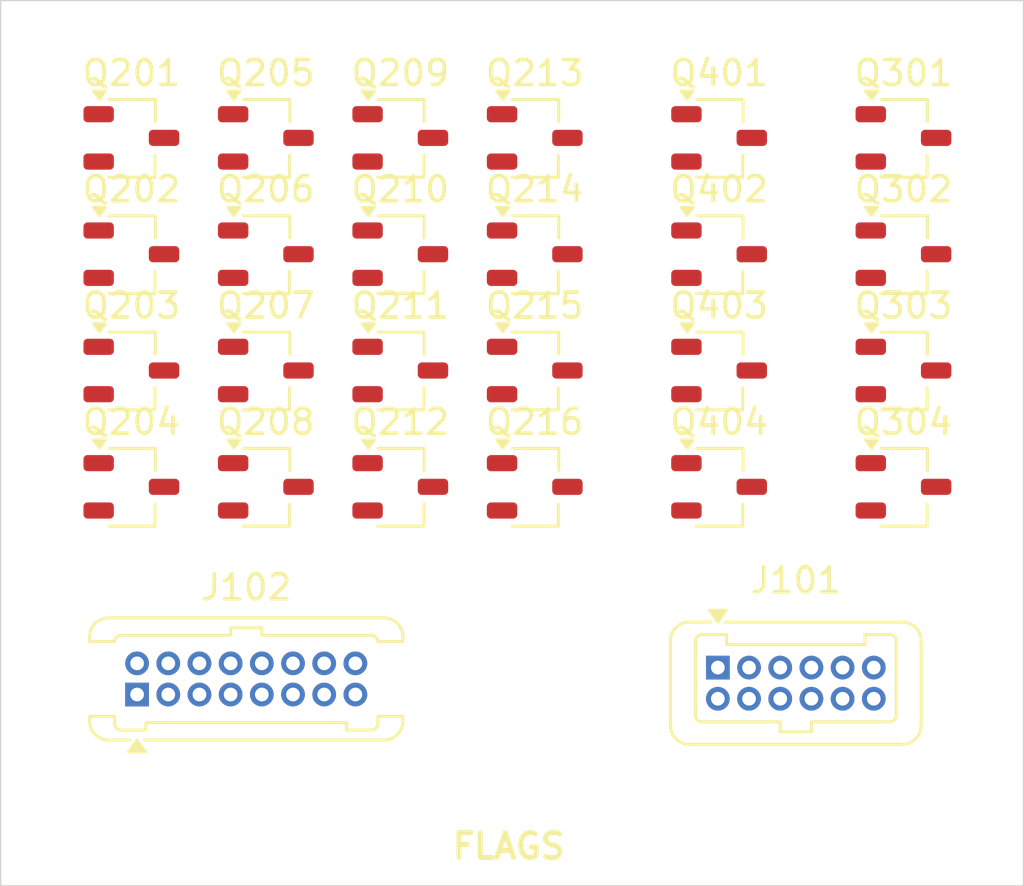
<source format=kicad_pcb>
(kicad_pcb (version 20241229) (generator "pcbnew") (generator_version "9.0")
  (layers (0 "F.Cu" signal) (2 "B.Cu" signal) (13 "F.Paste" user) (15 "B.Paste" user) (5 "F.SilkS" user "F.Silkscreen") (7 "B.SilkS" user "B.Silkscreen") (1 "F.Mask" user) (3 "B.Mask" user) (25 "Edge.Cuts" user))
  (net 0 "")
  (net 29 "/SUM0")
  (net 30 "CMP1")
  (net 31 "CMP3")
  (net 32 "VCC")
  (net 33 "Net-(Q202-D)")
  (net 34 "/SUM1")
  (net 35 "Net-(Q203-D)")
  (net 36 "/SUM2")
  (net 37 "Net-(Q204-D)")
  (net 38 "Net-(Q205-D)")
  (net 39 "/SUM3")
  (net 40 "Net-(Q206-D)")
  (net 41 "/SUM4")
  (net 42 "/SUM5")
  (net 43 "Net-(Q207-D)")
  (net 44 "/SUM6")
  (net 45 "Net-(Q208-D)")
  (net 46 "/SUM7")
  (net 47 "CMP0")
  (net 48 "Net-(Q302-D)")
  (net 49 "C_OUT")
  (net 50 "CMP2")
  (net 51 "Net-(Q402-D)")
  (footprint "Package_TO_SOT_SMD:TSOT-23" (layer "F.Cu") (at 146.19 116.17)
    (property "Reference" "Q302" (at 0 -2.6 0) (layer "F.SilkS"))
    (property "Value" "PMOS")
    (fp_line (start 0.945 0.69) (end 0.945 1.58) (stroke (width 0.12)) (layer "F.SilkS"))
    (fp_line (start 0.945 1.58) (end -0.905 1.58) (stroke (width 0.12)) (layer "F.SilkS"))
    (fp_line (start 0.96 -1.54) (end -0.89 -1.54) (stroke (width 0.12)) (layer "F.SilkS"))
    (fp_line (start 0.96 -1.54) (end 0.96 -0.65) (stroke (width 0.12)) (layer "F.SilkS"))
    (fp_poly (pts (xy -1.28 -1.55) (xy -1.52 -1.88) (xy -1.04 -1.88) (xy -1.28 -1.55)) (stroke (width 0.12)) (fill yes) (layer "F.SilkS"))
    (pad "1" smd roundrect (at -1.31 -0.95) (size 1.22 0.65) (layers "F.Cu" "F.Mask" "F.Paste") (net 48 "Net-(Q302-D)"))
    (pad "2" smd roundrect (at -1.31 0.95) (size 1.22 0.65) (layers "F.Cu" "F.Mask" "F.Paste") (net 30 "CMP1"))
    (pad "3" smd roundrect (at 1.31 0) (size 1.22 0.65) (layers "F.Cu" "F.Mask" "F.Paste") (net 32 "VCC"))
  )
  (footprint "Package_TO_SOT_SMD:TSOT-23" (layer "F.Cu") (at 131.41 116.17)
    (property "Reference" "Q214" (at 0 -2.6 0) (layer "F.SilkS"))
    (property "Value" "NMOS")
    (fp_line (start 0.945 0.69) (end 0.945 1.58) (stroke (width 0.12)) (layer "F.SilkS"))
    (fp_line (start 0.945 1.58) (end -0.905 1.58) (stroke (width 0.12)) (layer "F.SilkS"))
    (fp_line (start 0.96 -1.54) (end -0.89 -1.54) (stroke (width 0.12)) (layer "F.SilkS"))
    (fp_line (start 0.96 -1.54) (end 0.96 -0.65) (stroke (width 0.12)) (layer "F.SilkS"))
    (fp_poly (pts (xy -1.28 -1.55) (xy -1.52 -1.88) (xy -1.04 -1.88) (xy -1.28 -1.55)) (stroke (width 0.12)) (fill yes) (layer "F.SilkS"))
    (pad "1" smd roundrect (at -1.31 -0.95) (size 1.22 0.65) (layers "F.Cu" "F.Mask" "F.Paste") (net 30 "CMP1"))
    (pad "2" smd roundrect (at -1.31 0.95) (size 1.22 0.65) (layers "F.Cu" "F.Mask" "F.Paste") (net 42 "/SUM5"))
    (pad "3" smd roundrect (at 1.31 0) (size 1.22 0.65) (layers "F.Cu" "F.Mask" "F.Paste") (net 31 "CMP3"))
  )
  (footprint "Package_TO_SOT_SMD:TSOT-23" (layer "F.Cu") (at 146.19 120.835)
    (property "Reference" "Q303" (at 0 -2.6 0) (layer "F.SilkS"))
    (property "Value" "PMOS")
    (fp_line (start 0.945 0.69) (end 0.945 1.58) (stroke (width 0.12)) (layer "F.SilkS"))
    (fp_line (start 0.945 1.58) (end -0.905 1.58) (stroke (width 0.12)) (layer "F.SilkS"))
    (fp_line (start 0.96 -1.54) (end -0.89 -1.54) (stroke (width 0.12)) (layer "F.SilkS"))
    (fp_line (start 0.96 -1.54) (end 0.96 -0.65) (stroke (width 0.12)) (layer "F.SilkS"))
    (fp_poly (pts (xy -1.28 -1.55) (xy -1.52 -1.88) (xy -1.04 -1.88) (xy -1.28 -1.55)) (stroke (width 0.12)) (fill yes) (layer "F.SilkS"))
    (pad "1" smd roundrect (at -1.31 -0.95) (size 1.22 0.65) (layers "F.Cu" "F.Mask" "F.Paste") (net 47 "CMP0"))
    (pad "2" smd roundrect (at -1.31 0.95) (size 1.22 0.65) (layers "F.Cu" "F.Mask" "F.Paste") (net 49 "C_OUT"))
    (pad "3" smd roundrect (at 1.31 0) (size 1.22 0.65) (layers "F.Cu" "F.Mask" "F.Paste") (net 48 "Net-(Q302-D)"))
  )
  (footprint "Package_TO_SOT_SMD:TSOT-23" (layer "F.Cu") (at 115.24 111.505)
    (property "Reference" "Q201" (at 0 -2.6 0) (layer "F.SilkS"))
    (property "Value" "NMOS")
    (fp_line (start 0.945 0.69) (end 0.945 1.58) (stroke (width 0.12)) (layer "F.SilkS"))
    (fp_line (start 0.945 1.58) (end -0.905 1.58) (stroke (width 0.12)) (layer "F.SilkS"))
    (fp_line (start 0.96 -1.54) (end -0.89 -1.54) (stroke (width 0.12)) (layer "F.SilkS"))
    (fp_line (start 0.96 -1.54) (end 0.96 -0.65) (stroke (width 0.12)) (layer "F.SilkS"))
    (fp_poly (pts (xy -1.28 -1.55) (xy -1.52 -1.88) (xy -1.04 -1.88) (xy -1.28 -1.55)) (stroke (width 0.12)) (fill yes) (layer "F.SilkS"))
    (pad "1" smd roundrect (at -1.31 -0.95) (size 1.22 0.65) (layers "F.Cu" "F.Mask" "F.Paste") (net 30 "CMP1"))
    (pad "2" smd roundrect (at -1.31 0.95) (size 1.22 0.65) (layers "F.Cu" "F.Mask" "F.Paste") (net 29 "/SUM0"))
    (pad "3" smd roundrect (at 1.31 0) (size 1.22 0.65) (layers "F.Cu" "F.Mask" "F.Paste") (net 31 "CMP3"))
  )
  (footprint "Package_TO_SOT_SMD:TSOT-23" (layer "F.Cu") (at 131.41 125.5)
    (property "Reference" "Q216" (at 0 -2.6 0) (layer "F.SilkS"))
    (property "Value" "NMOS")
    (fp_line (start 0.945 0.69) (end 0.945 1.58) (stroke (width 0.12)) (layer "F.SilkS"))
    (fp_line (start 0.945 1.58) (end -0.905 1.58) (stroke (width 0.12)) (layer "F.SilkS"))
    (fp_line (start 0.96 -1.54) (end -0.89 -1.54) (stroke (width 0.12)) (layer "F.SilkS"))
    (fp_line (start 0.96 -1.54) (end 0.96 -0.65) (stroke (width 0.12)) (layer "F.SilkS"))
    (fp_poly (pts (xy -1.28 -1.55) (xy -1.52 -1.88) (xy -1.04 -1.88) (xy -1.28 -1.55)) (stroke (width 0.12)) (fill yes) (layer "F.SilkS"))
    (pad "1" smd roundrect (at -1.31 -0.95) (size 1.22 0.65) (layers "F.Cu" "F.Mask" "F.Paste") (net 30 "CMP1"))
    (pad "2" smd roundrect (at -1.31 0.95) (size 1.22 0.65) (layers "F.Cu" "F.Mask" "F.Paste") (net 46 "/SUM7"))
    (pad "3" smd roundrect (at 1.31 0) (size 1.22 0.65) (layers "F.Cu" "F.Mask" "F.Paste") (net 31 "CMP3"))
  )
  (footprint "Package_TO_SOT_SMD:TSOT-23" (layer "F.Cu") (at 138.8 120.835)
    (property "Reference" "Q403" (at 0 -2.6 0) (layer "F.SilkS"))
    (property "Value" "PMOS")
    (fp_line (start 0.945 0.69) (end 0.945 1.58) (stroke (width 0.12)) (layer "F.SilkS"))
    (fp_line (start 0.945 1.58) (end -0.905 1.58) (stroke (width 0.12)) (layer "F.SilkS"))
    (fp_line (start 0.96 -1.54) (end -0.89 -1.54) (stroke (width 0.12)) (layer "F.SilkS"))
    (fp_line (start 0.96 -1.54) (end 0.96 -0.65) (stroke (width 0.12)) (layer "F.SilkS"))
    (fp_poly (pts (xy -1.28 -1.55) (xy -1.52 -1.88) (xy -1.04 -1.88) (xy -1.28 -1.55)) (stroke (width 0.12)) (fill yes) (layer "F.SilkS"))
    (pad "1" smd roundrect (at -1.31 -0.95) (size 1.22 0.65) (layers "F.Cu" "F.Mask" "F.Paste") (net 50 "CMP2"))
    (pad "2" smd roundrect (at -1.31 0.95) (size 1.22 0.65) (layers "F.Cu" "F.Mask" "F.Paste") (net 47 "CMP0"))
    (pad "3" smd roundrect (at 1.31 0) (size 1.22 0.65) (layers "F.Cu" "F.Mask" "F.Paste") (net 51 "Net-(Q402-D)"))
  )
  (footprint "Package_TO_SOT_SMD:TSOT-23" (layer "F.Cu") (at 126.02 125.5)
    (property "Reference" "Q212" (at 0 -2.6 0) (layer "F.SilkS"))
    (property "Value" "NMOS")
    (fp_line (start 0.945 0.69) (end 0.945 1.58) (stroke (width 0.12)) (layer "F.SilkS"))
    (fp_line (start 0.945 1.58) (end -0.905 1.58) (stroke (width 0.12)) (layer "F.SilkS"))
    (fp_line (start 0.96 -1.54) (end -0.89 -1.54) (stroke (width 0.12)) (layer "F.SilkS"))
    (fp_line (start 0.96 -1.54) (end 0.96 -0.65) (stroke (width 0.12)) (layer "F.SilkS"))
    (fp_poly (pts (xy -1.28 -1.55) (xy -1.52 -1.88) (xy -1.04 -1.88) (xy -1.28 -1.55)) (stroke (width 0.12)) (fill yes) (layer "F.SilkS"))
    (pad "1" smd roundrect (at -1.31 -0.95) (size 1.22 0.65) (layers "F.Cu" "F.Mask" "F.Paste") (net 30 "CMP1"))
    (pad "2" smd roundrect (at -1.31 0.95) (size 1.22 0.65) (layers "F.Cu" "F.Mask" "F.Paste") (net 39 "/SUM3"))
    (pad "3" smd roundrect (at 1.31 0) (size 1.22 0.65) (layers "F.Cu" "F.Mask" "F.Paste") (net 31 "CMP3"))
  )
  (footprint "Package_TO_SOT_SMD:TSOT-23" (layer "F.Cu") (at 146.19 111.505)
    (property "Reference" "Q301" (at 0 -2.6 0) (layer "F.SilkS"))
    (property "Value" "NMOS")
    (fp_line (start 0.945 0.69) (end 0.945 1.58) (stroke (width 0.12)) (layer "F.SilkS"))
    (fp_line (start 0.945 1.58) (end -0.905 1.58) (stroke (width 0.12)) (layer "F.SilkS"))
    (fp_line (start 0.96 -1.54) (end -0.89 -1.54) (stroke (width 0.12)) (layer "F.SilkS"))
    (fp_line (start 0.96 -1.54) (end 0.96 -0.65) (stroke (width 0.12)) (layer "F.SilkS"))
    (fp_poly (pts (xy -1.28 -1.55) (xy -1.52 -1.88) (xy -1.04 -1.88) (xy -1.28 -1.55)) (stroke (width 0.12)) (fill yes) (layer "F.SilkS"))
    (pad "1" smd roundrect (at -1.31 -0.95) (size 1.22 0.65) (layers "F.Cu" "F.Mask" "F.Paste") (net 47 "CMP0"))
    (pad "2" smd roundrect (at -1.31 0.95) (size 1.22 0.65) (layers "F.Cu" "F.Mask" "F.Paste") (net 30 "CMP1"))
    (pad "3" smd roundrect (at 1.31 0) (size 1.22 0.65) (layers "F.Cu" "F.Mask" "F.Paste") (net 31 "CMP3"))
  )
  (footprint "Connector_Harwin:Harwin_Gecko-G125-MVX1605L0X_2x08_P1.25mm_Vertical" (layer "F.Cu") (at 115.47 133.83)
    (property "Reference" "J102" (at 4.375 -4.3 0) (layer "F.SilkS"))
    (property "Value" "Conn_01x16_Pin")
    (fp_line (start -1.9 -2.325) (end -1.9 -2.125) (stroke (width 0.12)) (layer "F.SilkS"))
    (fp_line (start -1.9 -2.125) (end -0.9 -2.125) (stroke (width 0.12)) (layer "F.SilkS"))
    (fp_line (start -1.9 0.875) (end -0.9 0.875) (stroke (width 0.12)) (layer "F.SilkS"))
    (fp_line (start -1.9 1.075) (end -1.9 0.875) (stroke (width 0.12)) (layer "F.SilkS"))
    (fp_line (start -1.15 -3.075) (end 9.9 -3.075) (stroke (width 0.12)) (layer "F.SilkS"))
    (fp_line (start -1.15 1.825) (end -0.3 1.825) (stroke (width 0.12)) (layer "F.SilkS"))
    (fp_line (start -0.9 1.175) (end -0.9 0.875) (stroke (width 0.12)) (layer "F.SilkS"))
    (fp_line (start -0.65 -2.375) (end 3.75 -2.375) (stroke (width 0.12)) (layer "F.SilkS"))
    (fp_line (start -0.65 1.425) (end 0.35 1.425) (stroke (width 0.12)) (layer "F.SilkS"))
    (fp_line (start 0.3 1.825) (end 9.9 1.825) (stroke (width 0.12)) (layer "F.SilkS"))
    (fp_line (start 0.35 1.125) (end 8.4 1.125) (stroke (width 0.12)) (layer "F.SilkS"))
    (fp_line (start 0.35 1.425) (end 0.35 1.125) (stroke (width 0.12)) (layer "F.SilkS"))
    (fp_line (start 3.75 -2.675) (end 5 -2.675) (stroke (width 0.12)) (layer "F.SilkS"))
    (fp_line (start 3.75 -2.375) (end 3.75 -2.675) (stroke (width 0.12)) (layer "F.SilkS"))
    (fp_line (start 5 -2.675) (end 5 -2.375) (stroke (width 0.12)) (layer "F.SilkS"))
    (fp_line (start 5 -2.375) (end 9.4 -2.375) (stroke (width 0.12)) (layer "F.SilkS"))
    (fp_line (start 8.4 1.125) (end 8.4 1.425) (stroke (width 0.12)) (layer "F.SilkS"))
    (fp_line (start 8.4 1.425) (end 9.4 1.425) (stroke (width 0.12)) (layer "F.SilkS"))
    (fp_line (start 9.65 1.175) (end 9.65 0.875) (stroke (width 0.12)) (layer "F.SilkS"))
    (fp_line (start 10.65 -2.325) (end 10.65 -2.125) (stroke (width 0.12)) (layer "F.SilkS"))
    (fp_line (start 10.65 -2.125) (end 9.65 -2.125) (stroke (width 0.12)) (layer "F.SilkS"))
    (fp_line (start 10.65 0.875) (end 9.65 0.875) (stroke (width 0.12)) (layer "F.SilkS"))
    (fp_line (start 10.65 1.075) (end 10.65 0.875) (stroke (width 0.12)) (layer "F.SilkS"))
    (fp_arc (start -1.9 -2.325) (mid -1.68033 -2.85533) (end -1.15 -3.075) (stroke (width 0.12)) (layer "F.SilkS"))
    (fp_arc (start -1.15 1.825) (mid -1.68033 1.60533) (end -1.9 1.075) (stroke (width 0.12)) (layer "F.SilkS"))
    (fp_arc (start -0.9 -2.125) (mid -0.826777 -2.301777) (end -0.65 -2.375) (stroke (width 0.12)) (layer "F.SilkS"))
    (fp_arc (start -0.65 1.425) (mid -0.826777 1.351777) (end -0.9 1.175) (stroke (width 0.12)) (layer "F.SilkS"))
    (fp_arc (start 9.4 -2.375) (mid 9.576777 -2.301777) (end 9.65 -2.125) (stroke (width 0.12)) (layer "F.SilkS"))
    (fp_arc (start 9.65 1.175) (mid 9.576777 1.351777) (end 9.4 1.425) (stroke (width 0.12)) (layer "F.SilkS"))
    (fp_arc (start 9.9 -3.075) (mid 10.43033 -2.85533) (end 10.65 -2.325) (stroke (width 0.12)) (layer "F.SilkS"))
    (fp_arc (start 10.65 1.075) (mid 10.43033 1.60533) (end 9.9 1.825) (stroke (width 0.12)) (layer "F.SilkS"))
    (fp_poly (pts (xy 0 1.83) (xy -0.34 2.3) (xy 0.34 2.3) (xy 0 1.83)) (stroke (width 0.12)) (fill yes) (layer "F.SilkS"))
    (pad "1" thru_hole rect (at 0 0) (size 0.95 0.95) (drill 0.55) (layers "*.Cu" "*.Mask"))
    (pad "2" thru_hole circle (at 1.25 0) (size 0.95 0.95) (drill 0.55) (layers "*.Cu" "*.Mask"))
    (pad "3" thru_hole circle (at 2.5 0) (size 0.95 0.95) (drill 0.55) (layers "*.Cu" "*.Mask"))
    (pad "4" thru_hole circle (at 3.75 0) (size 0.95 0.95) (drill 0.55) (layers "*.Cu" "*.Mask"))
    (pad "5" thru_hole circle (at 5 0) (size 0.95 0.95) (drill 0.55) (layers "*.Cu" "*.Mask"))
    (pad "6" thru_hole circle (at 6.25 0) (size 0.95 0.95) (drill 0.55) (layers "*.Cu" "*.Mask"))
    (pad "7" thru_hole circle (at 7.5 0) (size 0.95 0.95) (drill 0.55) (layers "*.Cu" "*.Mask"))
    (pad "8" thru_hole circle (at 8.75 0) (size 0.95 0.95) (drill 0.55) (layers "*.Cu" "*.Mask"))
    (pad "9" thru_hole circle (at 0 -1.25) (size 0.95 0.95) (drill 0.55) (layers "*.Cu" "*.Mask"))
    (pad "10" thru_hole circle (at 1.25 -1.25) (size 0.95 0.95) (drill 0.55) (layers "*.Cu" "*.Mask"))
    (pad "11" thru_hole circle (at 2.5 -1.25) (size 0.95 0.95) (drill 0.55) (layers "*.Cu" "*.Mask"))
    (pad "12" thru_hole circle (at 3.75 -1.25) (size 0.95 0.95) (drill 0.55) (layers "*.Cu" "*.Mask"))
    (pad "13" thru_hole circle (at 5 -1.25) (size 0.95 0.95) (drill 0.55) (layers "*.Cu" "*.Mask"))
    (pad "14" thru_hole circle (at 6.25 -1.25) (size 0.95 0.95) (drill 0.55) (layers "*.Cu" "*.Mask"))
    (pad "15" thru_hole circle (at 7.5 -1.25) (size 0.95 0.95) (drill 0.55) (layers "*.Cu" "*.Mask"))
    (pad "16" thru_hole circle (at 8.75 -1.25) (size 0.95 0.95) (drill 0.55) (layers "*.Cu" "*.Mask"))
  )
  (footprint "Package_TO_SOT_SMD:TSOT-23" (layer "F.Cu") (at 138.8 111.505)
    (property "Reference" "Q401" (at 0 -2.6 0) (layer "F.SilkS"))
    (property "Value" "NMOS")
    (fp_line (start 0.945 0.69) (end 0.945 1.58) (stroke (width 0.12)) (layer "F.SilkS"))
    (fp_line (start 0.945 1.58) (end -0.905 1.58) (stroke (width 0.12)) (layer "F.SilkS"))
    (fp_line (start 0.96 -1.54) (end -0.89 -1.54) (stroke (width 0.12)) (layer "F.SilkS"))
    (fp_line (start 0.96 -1.54) (end 0.96 -0.65) (stroke (width 0.12)) (layer "F.SilkS"))
    (fp_poly (pts (xy -1.28 -1.55) (xy -1.52 -1.88) (xy -1.04 -1.88) (xy -1.28 -1.55)) (stroke (width 0.12)) (fill yes) (layer "F.SilkS"))
    (pad "1" smd roundrect (at -1.31 -0.95) (size 1.22 0.65) (layers "F.Cu" "F.Mask" "F.Paste") (net 50 "CMP2"))
    (pad "2" smd roundrect (at -1.31 0.95) (size 1.22 0.65) (layers "F.Cu" "F.Mask" "F.Paste") (net 30 "CMP1"))
    (pad "3" smd roundrect (at 1.31 0) (size 1.22 0.65) (layers "F.Cu" "F.Mask" "F.Paste") (net 31 "CMP3"))
  )
  (footprint "Package_TO_SOT_SMD:TSOT-23" (layer "F.Cu") (at 126.02 116.17)
    (property "Reference" "Q210" (at 0 -2.6 0) (layer "F.SilkS"))
    (property "Value" "NMOS")
    (fp_line (start 0.945 0.69) (end 0.945 1.58) (stroke (width 0.12)) (layer "F.SilkS"))
    (fp_line (start 0.945 1.58) (end -0.905 1.58) (stroke (width 0.12)) (layer "F.SilkS"))
    (fp_line (start 0.96 -1.54) (end -0.89 -1.54) (stroke (width 0.12)) (layer "F.SilkS"))
    (fp_line (start 0.96 -1.54) (end 0.96 -0.65) (stroke (width 0.12)) (layer "F.SilkS"))
    (fp_poly (pts (xy -1.28 -1.55) (xy -1.52 -1.88) (xy -1.04 -1.88) (xy -1.28 -1.55)) (stroke (width 0.12)) (fill yes) (layer "F.SilkS"))
    (pad "1" smd roundrect (at -1.31 -0.95) (size 1.22 0.65) (layers "F.Cu" "F.Mask" "F.Paste") (net 30 "CMP1"))
    (pad "2" smd roundrect (at -1.31 0.95) (size 1.22 0.65) (layers "F.Cu" "F.Mask" "F.Paste") (net 34 "/SUM1"))
    (pad "3" smd roundrect (at 1.31 0) (size 1.22 0.65) (layers "F.Cu" "F.Mask" "F.Paste") (net 31 "CMP3"))
  )
  (footprint "Connector_Harwin:Harwin_Gecko-G125-FVX1205L0X_2x06_P1.25mm_Vertical" (layer "F.Cu") (at 138.75 132.75)
    (property "Reference" "J101" (at 3.125 -3.5 0) (layer "F.SilkS"))
    (property "Value" "Conn_01x12_Pin")
    (fp_line (start -1.9 -1.075) (end -1.9 2.325) (stroke (width 0.12)) (layer "F.SilkS"))
    (fp_line (start -1.15 -1.825) (end -0.3 -1.825) (stroke (width 0.12)) (layer "F.SilkS"))
    (fp_line (start -1.15 3.075) (end 7.4 3.075) (stroke (width 0.12)) (layer "F.SilkS"))
    (fp_line (start -0.9 -1.075) (end -0.9 1.925) (stroke (width 0.12)) (layer "F.SilkS"))
    (fp_line (start -0.65 -1.325) (end 0.35 -1.325) (stroke (width 0.12)) (layer "F.SilkS"))
    (fp_line (start -0.65 2.175) (end 2.5 2.175) (stroke (width 0.12)) (layer "F.SilkS"))
    (fp_line (start 0.3 -1.825) (end 7.4 -1.825) (stroke (width 0.12)) (layer "F.SilkS"))
    (fp_line (start 0.35 -1.325) (end 0.35 -0.925) (stroke (width 0.12)) (layer "F.SilkS"))
    (fp_line (start 0.35 -0.925) (end 5.9 -0.925) (stroke (width 0.12)) (layer "F.SilkS"))
    (fp_line (start 2.5 2.175) (end 2.5 2.575) (stroke (width 0.12)) (layer "F.SilkS"))
    (fp_line (start 2.5 2.575) (end 3.75 2.575) (stroke (width 0.12)) (layer "F.SilkS"))
    (fp_line (start 3.75 2.175) (end 6.9 2.175) (stroke (width 0.12)) (layer "F.SilkS"))
    (fp_line (start 3.75 2.575) (end 3.75 2.175) (stroke (width 0.12)) (layer "F.SilkS"))
    (fp_line (start 5.9 -1.325) (end 6.9 -1.325) (stroke (width 0.12)) (layer "F.SilkS"))
    (fp_line (start 5.9 -0.925) (end 5.9 -1.325) (stroke (width 0.12)) (layer "F.SilkS"))
    (fp_line (start 7.15 -1.075) (end 7.15 1.925) (stroke (width 0.12)) (layer "F.SilkS"))
    (fp_line (start 8.15 -1.075) (end 8.15 2.325) (stroke (width 0.12)) (layer "F.SilkS"))
    (fp_arc (start -1.9 -1.075) (mid -1.68033 -1.60533) (end -1.15 -1.825) (stroke (width 0.12)) (layer "F.SilkS"))
    (fp_arc (start -1.15 3.075) (mid -1.68033 2.85533) (end -1.9 2.325) (stroke (width 0.12)) (layer "F.SilkS"))
    (fp_arc (start -0.9 -1.075) (mid -0.826777 -1.251777) (end -0.65 -1.325) (stroke (width 0.12)) (layer "F.SilkS"))
    (fp_arc (start -0.65 2.175) (mid -0.826777 2.101777) (end -0.9 1.925) (stroke (width 0.12)) (layer "F.SilkS"))
    (fp_arc (start 6.9 -1.325) (mid 7.076777 -1.251777) (end 7.15 -1.075) (stroke (width 0.12)) (layer "F.SilkS"))
    (fp_arc (start 7.15 1.925) (mid 7.076777 2.101777) (end 6.9 2.175) (stroke (width 0.12)) (layer "F.SilkS"))
    (fp_arc (start 7.4 -1.825) (mid 7.93033 -1.60533) (end 8.15 -1.075) (stroke (width 0.12)) (layer "F.SilkS"))
    (fp_arc (start 8.15 2.325) (mid 7.93033 2.85533) (end 7.4 3.075) (stroke (width 0.12)) (layer "F.SilkS"))
    (fp_poly (pts (xy 0 -1.83) (xy -0.34 -2.3) (xy 0.34 -2.3) (xy 0 -1.83)) (stroke (width 0.12)) (fill yes) (layer "F.SilkS"))
    (pad "1" thru_hole rect (at 0 0) (size 0.95 0.95) (drill 0.55) (layers "*.Cu" "*.Mask"))
    (pad "2" thru_hole circle (at 1.25 0) (size 0.95 0.95) (drill 0.55) (layers "*.Cu" "*.Mask"))
    (pad "3" thru_hole circle (at 2.5 0) (size 0.95 0.95) (drill 0.55) (layers "*.Cu" "*.Mask"))
    (pad "4" thru_hole circle (at 3.75 0) (size 0.95 0.95) (drill 0.55) (layers "*.Cu" "*.Mask"))
    (pad "5" thru_hole circle (at 5 0) (size 0.95 0.95) (drill 0.55) (layers "*.Cu" "*.Mask"))
    (pad "6" thru_hole circle (at 6.25 0) (size 0.95 0.95) (drill 0.55) (layers "*.Cu" "*.Mask"))
    (pad "7" thru_hole circle (at 0 1.25) (size 0.95 0.95) (drill 0.55) (layers "*.Cu" "*.Mask"))
    (pad "8" thru_hole circle (at 1.25 1.25) (size 0.95 0.95) (drill 0.55) (layers "*.Cu" "*.Mask"))
    (pad "9" thru_hole circle (at 2.5 1.25) (size 0.95 0.95) (drill 0.55) (layers "*.Cu" "*.Mask"))
    (pad "10" thru_hole circle (at 3.75 1.25) (size 0.95 0.95) (drill 0.55) (layers "*.Cu" "*.Mask"))
    (pad "11" thru_hole circle (at 5 1.25) (size 0.95 0.95) (drill 0.55) (layers "*.Cu" "*.Mask"))
    (pad "12" thru_hole circle (at 6.25 1.25) (size 0.95 0.95) (drill 0.55) (layers "*.Cu" "*.Mask"))
  )
  (footprint "Package_TO_SOT_SMD:TSOT-23" (layer "F.Cu") (at 131.41 111.505)
    (property "Reference" "Q213" (at 0 -2.6 0) (layer "F.SilkS"))
    (property "Value" "NMOS")
    (fp_line (start 0.945 0.69) (end 0.945 1.58) (stroke (width 0.12)) (layer "F.SilkS"))
    (fp_line (start 0.945 1.58) (end -0.905 1.58) (stroke (width 0.12)) (layer "F.SilkS"))
    (fp_line (start 0.96 -1.54) (end -0.89 -1.54) (stroke (width 0.12)) (layer "F.SilkS"))
    (fp_line (start 0.96 -1.54) (end 0.96 -0.65) (stroke (width 0.12)) (layer "F.SilkS"))
    (fp_poly (pts (xy -1.28 -1.55) (xy -1.52 -1.88) (xy -1.04 -1.88) (xy -1.28 -1.55)) (stroke (width 0.12)) (fill yes) (layer "F.SilkS"))
    (pad "1" smd roundrect (at -1.31 -0.95) (size 1.22 0.65) (layers "F.Cu" "F.Mask" "F.Paste") (net 30 "CMP1"))
    (pad "2" smd roundrect (at -1.31 0.95) (size 1.22 0.65) (layers "F.Cu" "F.Mask" "F.Paste") (net 41 "/SUM4"))
    (pad "3" smd roundrect (at 1.31 0) (size 1.22 0.65) (layers "F.Cu" "F.Mask" "F.Paste") (net 31 "CMP3"))
  )
  (footprint "Package_TO_SOT_SMD:TSOT-23" (layer "F.Cu") (at 146.19 125.5)
    (property "Reference" "Q304" (at 0 -2.6 0) (layer "F.SilkS"))
    (property "Value" "NMOS")
    (fp_line (start 0.945 0.69) (end 0.945 1.58) (stroke (width 0.12)) (layer "F.SilkS"))
    (fp_line (start 0.945 1.58) (end -0.905 1.58) (stroke (width 0.12)) (layer "F.SilkS"))
    (fp_line (start 0.96 -1.54) (end -0.89 -1.54) (stroke (width 0.12)) (layer "F.SilkS"))
    (fp_line (start 0.96 -1.54) (end 0.96 -0.65) (stroke (width 0.12)) (layer "F.SilkS"))
    (fp_poly (pts (xy -1.28 -1.55) (xy -1.52 -1.88) (xy -1.04 -1.88) (xy -1.28 -1.55)) (stroke (width 0.12)) (fill yes) (layer "F.SilkS"))
    (pad "1" smd roundrect (at -1.31 -0.95) (size 1.22 0.65) (layers "F.Cu" "F.Mask" "F.Paste") (net 47 "CMP0"))
    (pad "2" smd roundrect (at -1.31 0.95) (size 1.22 0.65) (layers "F.Cu" "F.Mask" "F.Paste") (net 49 "C_OUT"))
    (pad "3" smd roundrect (at 1.31 0) (size 1.22 0.65) (layers "F.Cu" "F.Mask" "F.Paste") (net 31 "CMP3"))
  )
  (footprint "Package_TO_SOT_SMD:TSOT-23" (layer "F.Cu") (at 115.24 125.5)
    (property "Reference" "Q204" (at 0 -2.6 0) (layer "F.SilkS"))
    (property "Value" "PMOS")
    (fp_line (start 0.945 0.69) (end 0.945 1.58) (stroke (width 0.12)) (layer "F.SilkS"))
    (fp_line (start 0.945 1.58) (end -0.905 1.58) (stroke (width 0.12)) (layer "F.SilkS"))
    (fp_line (start 0.96 -1.54) (end -0.89 -1.54) (stroke (width 0.12)) (layer "F.SilkS"))
    (fp_line (start 0.96 -1.54) (end 0.96 -0.65) (stroke (width 0.12)) (layer "F.SilkS"))
    (fp_poly (pts (xy -1.28 -1.55) (xy -1.52 -1.88) (xy -1.04 -1.88) (xy -1.28 -1.55)) (stroke (width 0.12)) (fill yes) (layer "F.SilkS"))
    (pad "1" smd roundrect (at -1.31 -0.95) (size 1.22 0.65) (layers "F.Cu" "F.Mask" "F.Paste") (net 37 "Net-(Q204-D)"))
    (pad "2" smd roundrect (at -1.31 0.95) (size 1.22 0.65) (layers "F.Cu" "F.Mask" "F.Paste") (net 36 "/SUM2"))
    (pad "3" smd roundrect (at 1.31 0) (size 1.22 0.65) (layers "F.Cu" "F.Mask" "F.Paste") (net 35 "Net-(Q203-D)"))
  )
  (footprint "Package_TO_SOT_SMD:TSOT-23" (layer "F.Cu") (at 138.8 125.5)
    (property "Reference" "Q404" (at 0 -2.6 0) (layer "F.SilkS"))
    (property "Value" "NMOS")
    (fp_line (start 0.945 0.69) (end 0.945 1.58) (stroke (width 0.12)) (layer "F.SilkS"))
    (fp_line (start 0.945 1.58) (end -0.905 1.58) (stroke (width 0.12)) (layer "F.SilkS"))
    (fp_line (start 0.96 -1.54) (end -0.89 -1.54) (stroke (width 0.12)) (layer "F.SilkS"))
    (fp_line (start 0.96 -1.54) (end 0.96 -0.65) (stroke (width 0.12)) (layer "F.SilkS"))
    (fp_poly (pts (xy -1.28 -1.55) (xy -1.52 -1.88) (xy -1.04 -1.88) (xy -1.28 -1.55)) (stroke (width 0.12)) (fill yes) (layer "F.SilkS"))
    (pad "1" smd roundrect (at -1.31 -0.95) (size 1.22 0.65) (layers "F.Cu" "F.Mask" "F.Paste") (net 50 "CMP2"))
    (pad "2" smd roundrect (at -1.31 0.95) (size 1.22 0.65) (layers "F.Cu" "F.Mask" "F.Paste") (net 47 "CMP0"))
    (pad "3" smd roundrect (at 1.31 0) (size 1.22 0.65) (layers "F.Cu" "F.Mask" "F.Paste") (net 31 "CMP3"))
  )
  (footprint "Package_TO_SOT_SMD:TSOT-23" (layer "F.Cu") (at 120.63 116.17)
    (property "Reference" "Q206" (at 0 -2.6 0) (layer "F.SilkS"))
    (property "Value" "PMOS")
    (fp_line (start 0.945 0.69) (end 0.945 1.58) (stroke (width 0.12)) (layer "F.SilkS"))
    (fp_line (start 0.945 1.58) (end -0.905 1.58) (stroke (width 0.12)) (layer "F.SilkS"))
    (fp_line (start 0.96 -1.54) (end -0.89 -1.54) (stroke (width 0.12)) (layer "F.SilkS"))
    (fp_line (start 0.96 -1.54) (end 0.96 -0.65) (stroke (width 0.12)) (layer "F.SilkS"))
    (fp_poly (pts (xy -1.28 -1.55) (xy -1.52 -1.88) (xy -1.04 -1.88) (xy -1.28 -1.55)) (stroke (width 0.12)) (fill yes) (layer "F.SilkS"))
    (pad "1" smd roundrect (at -1.31 -0.95) (size 1.22 0.65) (layers "F.Cu" "F.Mask" "F.Paste") (net 40 "Net-(Q206-D)"))
    (pad "2" smd roundrect (at -1.31 0.95) (size 1.22 0.65) (layers "F.Cu" "F.Mask" "F.Paste") (net 41 "/SUM4"))
    (pad "3" smd roundrect (at 1.31 0) (size 1.22 0.65) (layers "F.Cu" "F.Mask" "F.Paste") (net 38 "Net-(Q205-D)"))
  )
  (footprint "Package_TO_SOT_SMD:TSOT-23" (layer "F.Cu") (at 115.24 120.835)
    (property "Reference" "Q203" (at 0 -2.6 0) (layer "F.SilkS"))
    (property "Value" "PMOS")
    (fp_line (start 0.945 0.69) (end 0.945 1.58) (stroke (width 0.12)) (layer "F.SilkS"))
    (fp_line (start 0.945 1.58) (end -0.905 1.58) (stroke (width 0.12)) (layer "F.SilkS"))
    (fp_line (start 0.96 -1.54) (end -0.89 -1.54) (stroke (width 0.12)) (layer "F.SilkS"))
    (fp_line (start 0.96 -1.54) (end 0.96 -0.65) (stroke (width 0.12)) (layer "F.SilkS"))
    (fp_poly (pts (xy -1.28 -1.55) (xy -1.52 -1.88) (xy -1.04 -1.88) (xy -1.28 -1.55)) (stroke (width 0.12)) (fill yes) (layer "F.SilkS"))
    (pad "1" smd roundrect (at -1.31 -0.95) (size 1.22 0.65) (layers "F.Cu" "F.Mask" "F.Paste") (net 35 "Net-(Q203-D)"))
    (pad "2" smd roundrect (at -1.31 0.95) (size 1.22 0.65) (layers "F.Cu" "F.Mask" "F.Paste") (net 34 "/SUM1"))
    (pad "3" smd roundrect (at 1.31 0) (size 1.22 0.65) (layers "F.Cu" "F.Mask" "F.Paste") (net 33 "Net-(Q202-D)"))
  )
  (footprint "Package_TO_SOT_SMD:TSOT-23" (layer "F.Cu") (at 131.41 120.835)
    (property "Reference" "Q215" (at 0 -2.6 0) (layer "F.SilkS"))
    (property "Value" "NMOS")
    (fp_line (start 0.945 0.69) (end 0.945 1.58) (stroke (width 0.12)) (layer "F.SilkS"))
    (fp_line (start 0.945 1.58) (end -0.905 1.58) (stroke (width 0.12)) (layer "F.SilkS"))
    (fp_line (start 0.96 -1.54) (end -0.89 -1.54) (stroke (width 0.12)) (layer "F.SilkS"))
    (fp_line (start 0.96 -1.54) (end 0.96 -0.65) (stroke (width 0.12)) (layer "F.SilkS"))
    (fp_poly (pts (xy -1.28 -1.55) (xy -1.52 -1.88) (xy -1.04 -1.88) (xy -1.28 -1.55)) (stroke (width 0.12)) (fill yes) (layer "F.SilkS"))
    (pad "1" smd roundrect (at -1.31 -0.95) (size 1.22 0.65) (layers "F.Cu" "F.Mask" "F.Paste") (net 30 "CMP1"))
    (pad "2" smd roundrect (at -1.31 0.95) (size 1.22 0.65) (layers "F.Cu" "F.Mask" "F.Paste") (net 44 "/SUM6"))
    (pad "3" smd roundrect (at 1.31 0) (size 1.22 0.65) (layers "F.Cu" "F.Mask" "F.Paste") (net 31 "CMP3"))
  )
  (footprint "Package_TO_SOT_SMD:TSOT-23" (layer "F.Cu") (at 138.8 116.17)
    (property "Reference" "Q402" (at 0 -2.6 0) (layer "F.SilkS"))
    (property "Value" "PMOS")
    (fp_line (start 0.945 0.69) (end 0.945 1.58) (stroke (width 0.12)) (layer "F.SilkS"))
    (fp_line (start 0.945 1.58) (end -0.905 1.58) (stroke (width 0.12)) (layer "F.SilkS"))
    (fp_line (start 0.96 -1.54) (end -0.89 -1.54) (stroke (width 0.12)) (layer "F.SilkS"))
    (fp_line (start 0.96 -1.54) (end 0.96 -0.65) (stroke (width 0.12)) (layer "F.SilkS"))
    (fp_poly (pts (xy -1.28 -1.55) (xy -1.52 -1.88) (xy -1.04 -1.88) (xy -1.28 -1.55)) (stroke (width 0.12)) (fill yes) (layer "F.SilkS"))
    (pad "1" smd roundrect (at -1.31 -0.95) (size 1.22 0.65) (layers "F.Cu" "F.Mask" "F.Paste") (net 51 "Net-(Q402-D)"))
    (pad "2" smd roundrect (at -1.31 0.95) (size 1.22 0.65) (layers "F.Cu" "F.Mask" "F.Paste") (net 30 "CMP1"))
    (pad "3" smd roundrect (at 1.31 0) (size 1.22 0.65) (layers "F.Cu" "F.Mask" "F.Paste") (net 32 "VCC"))
  )
  (footprint "Package_TO_SOT_SMD:TSOT-23" (layer "F.Cu") (at 126.02 111.505)
    (property "Reference" "Q209" (at 0 -2.6 0) (layer "F.SilkS"))
    (property "Value" "PMOS")
    (fp_line (start 0.945 0.69) (end 0.945 1.58) (stroke (width 0.12)) (layer "F.SilkS"))
    (fp_line (start 0.945 1.58) (end -0.905 1.58) (stroke (width 0.12)) (layer "F.SilkS"))
    (fp_line (start 0.96 -1.54) (end -0.89 -1.54) (stroke (width 0.12)) (layer "F.SilkS"))
    (fp_line (start 0.96 -1.54) (end 0.96 -0.65) (stroke (width 0.12)) (layer "F.SilkS"))
    (fp_poly (pts (xy -1.28 -1.55) (xy -1.52 -1.88) (xy -1.04 -1.88) (xy -1.28 -1.55)) (stroke (width 0.12)) (fill yes) (layer "F.SilkS"))
    (pad "1" smd roundrect (at -1.31 -0.95) (size 1.22 0.65) (layers "F.Cu" "F.Mask" "F.Paste") (net 30 "CMP1"))
    (pad "2" smd roundrect (at -1.31 0.95) (size 1.22 0.65) (layers "F.Cu" "F.Mask" "F.Paste") (net 46 "/SUM7"))
    (pad "3" smd roundrect (at 1.31 0) (size 1.22 0.65) (layers "F.Cu" "F.Mask" "F.Paste") (net 45 "Net-(Q208-D)"))
  )
  (footprint "Package_TO_SOT_SMD:TSOT-23" (layer "F.Cu") (at 115.24 116.17)
    (property "Reference" "Q202" (at 0 -2.6 0) (layer "F.SilkS"))
    (property "Value" "PMOS")
    (fp_line (start 0.945 0.69) (end 0.945 1.58) (stroke (width 0.12)) (layer "F.SilkS"))
    (fp_line (start 0.945 1.58) (end -0.905 1.58) (stroke (width 0.12)) (layer "F.SilkS"))
    (fp_line (start 0.96 -1.54) (end -0.89 -1.54) (stroke (width 0.12)) (layer "F.SilkS"))
    (fp_line (start 0.96 -1.54) (end 0.96 -0.65) (stroke (width 0.12)) (layer "F.SilkS"))
    (fp_poly (pts (xy -1.28 -1.55) (xy -1.52 -1.88) (xy -1.04 -1.88) (xy -1.28 -1.55)) (stroke (width 0.12)) (fill yes) (layer "F.SilkS"))
    (pad "1" smd roundrect (at -1.31 -0.95) (size 1.22 0.65) (layers "F.Cu" "F.Mask" "F.Paste") (net 33 "Net-(Q202-D)"))
    (pad "2" smd roundrect (at -1.31 0.95) (size 1.22 0.65) (layers "F.Cu" "F.Mask" "F.Paste") (net 29 "/SUM0"))
    (pad "3" smd roundrect (at 1.31 0) (size 1.22 0.65) (layers "F.Cu" "F.Mask" "F.Paste") (net 32 "VCC"))
  )
  (footprint "Package_TO_SOT_SMD:TSOT-23" (layer "F.Cu") (at 120.63 111.505)
    (property "Reference" "Q205" (at 0 -2.6 0) (layer "F.SilkS"))
    (property "Value" "PMOS")
    (fp_line (start 0.945 0.69) (end 0.945 1.58) (stroke (width 0.12)) (layer "F.SilkS"))
    (fp_line (start 0.945 1.58) (end -0.905 1.58) (stroke (width 0.12)) (layer "F.SilkS"))
    (fp_line (start 0.96 -1.54) (end -0.89 -1.54) (stroke (width 0.12)) (layer "F.SilkS"))
    (fp_line (start 0.96 -1.54) (end 0.96 -0.65) (stroke (width 0.12)) (layer "F.SilkS"))
    (fp_poly (pts (xy -1.28 -1.55) (xy -1.52 -1.88) (xy -1.04 -1.88) (xy -1.28 -1.55)) (stroke (width 0.12)) (fill yes) (layer "F.SilkS"))
    (pad "1" smd roundrect (at -1.31 -0.95) (size 1.22 0.65) (layers "F.Cu" "F.Mask" "F.Paste") (net 38 "Net-(Q205-D)"))
    (pad "2" smd roundrect (at -1.31 0.95) (size 1.22 0.65) (layers "F.Cu" "F.Mask" "F.Paste") (net 39 "/SUM3"))
    (pad "3" smd roundrect (at 1.31 0) (size 1.22 0.65) (layers "F.Cu" "F.Mask" "F.Paste") (net 37 "Net-(Q204-D)"))
  )
  (footprint "Package_TO_SOT_SMD:TSOT-23" (layer "F.Cu") (at 120.63 125.5)
    (property "Reference" "Q208" (at 0 -2.6 0) (layer "F.SilkS"))
    (property "Value" "PMOS")
    (fp_line (start 0.945 0.69) (end 0.945 1.58) (stroke (width 0.12)) (layer "F.SilkS"))
    (fp_line (start 0.945 1.58) (end -0.905 1.58) (stroke (width 0.12)) (layer "F.SilkS"))
    (fp_line (start 0.96 -1.54) (end -0.89 -1.54) (stroke (width 0.12)) (layer "F.SilkS"))
    (fp_line (start 0.96 -1.54) (end 0.96 -0.65) (stroke (width 0.12)) (layer "F.SilkS"))
    (fp_poly (pts (xy -1.28 -1.55) (xy -1.52 -1.88) (xy -1.04 -1.88) (xy -1.28 -1.55)) (stroke (width 0.12)) (fill yes) (layer "F.SilkS"))
    (pad "1" smd roundrect (at -1.31 -0.95) (size 1.22 0.65) (layers "F.Cu" "F.Mask" "F.Paste") (net 45 "Net-(Q208-D)"))
    (pad "2" smd roundrect (at -1.31 0.95) (size 1.22 0.65) (layers "F.Cu" "F.Mask" "F.Paste") (net 44 "/SUM6"))
    (pad "3" smd roundrect (at 1.31 0) (size 1.22 0.65) (layers "F.Cu" "F.Mask" "F.Paste") (net 43 "Net-(Q207-D)"))
  )
  (footprint "Package_TO_SOT_SMD:TSOT-23" (layer "F.Cu") (at 126.02 120.835)
    (property "Reference" "Q211" (at 0 -2.6 0) (layer "F.SilkS"))
    (property "Value" "NMOS")
    (fp_line (start 0.945 0.69) (end 0.945 1.58) (stroke (width 0.12)) (layer "F.SilkS"))
    (fp_line (start 0.945 1.58) (end -0.905 1.58) (stroke (width 0.12)) (layer "F.SilkS"))
    (fp_line (start 0.96 -1.54) (end -0.89 -1.54) (stroke (width 0.12)) (layer "F.SilkS"))
    (fp_line (start 0.96 -1.54) (end 0.96 -0.65) (stroke (width 0.12)) (layer "F.SilkS"))
    (fp_poly (pts (xy -1.28 -1.55) (xy -1.52 -1.88) (xy -1.04 -1.88) (xy -1.28 -1.55)) (stroke (width 0.12)) (fill yes) (layer "F.SilkS"))
    (pad "1" smd roundrect (at -1.31 -0.95) (size 1.22 0.65) (layers "F.Cu" "F.Mask" "F.Paste") (net 30 "CMP1"))
    (pad "2" smd roundrect (at -1.31 0.95) (size 1.22 0.65) (layers "F.Cu" "F.Mask" "F.Paste") (net 36 "/SUM2"))
    (pad "3" smd roundrect (at 1.31 0) (size 1.22 0.65) (layers "F.Cu" "F.Mask" "F.Paste") (net 31 "CMP3"))
  )
  (footprint "Package_TO_SOT_SMD:TSOT-23" (layer "F.Cu") (at 120.63 120.835)
    (property "Reference" "Q207" (at 0 -2.6 0) (layer "F.SilkS"))
    (property "Value" "PMOS")
    (fp_line (start 0.945 0.69) (end 0.945 1.58) (stroke (width 0.12)) (layer "F.SilkS"))
    (fp_line (start 0.945 1.58) (end -0.905 1.58) (stroke (width 0.12)) (layer "F.SilkS"))
    (fp_line (start 0.96 -1.54) (end -0.89 -1.54) (stroke (width 0.12)) (layer "F.SilkS"))
    (fp_line (start 0.96 -1.54) (end 0.96 -0.65) (stroke (width 0.12)) (layer "F.SilkS"))
    (fp_poly (pts (xy -1.28 -1.55) (xy -1.52 -1.88) (xy -1.04 -1.88) (xy -1.28 -1.55)) (stroke (width 0.12)) (fill yes) (layer "F.SilkS"))
    (pad "1" smd roundrect (at -1.31 -0.95) (size 1.22 0.65) (layers "F.Cu" "F.Mask" "F.Paste") (net 43 "Net-(Q207-D)"))
    (pad "2" smd roundrect (at -1.31 0.95) (size 1.22 0.65) (layers "F.Cu" "F.Mask" "F.Paste") (net 42 "/SUM5"))
    (pad "3" smd roundrect (at 1.31 0) (size 1.22 0.65) (layers "F.Cu" "F.Mask" "F.Paste") (net 40 "Net-(Q206-D)"))
  )
  (gr_rect (start 110 106) (end 151 141.5) (stroke (width 0.05)) (fill no) (layer "Edge.Cuts"))
  (gr_text "FLAGS" (at 128 140.5 0) (layer "F.SilkS") (effects (font (size 1 1) (thickness 0.2) (bold yes)) (justify left bottom)))
)
</source>
